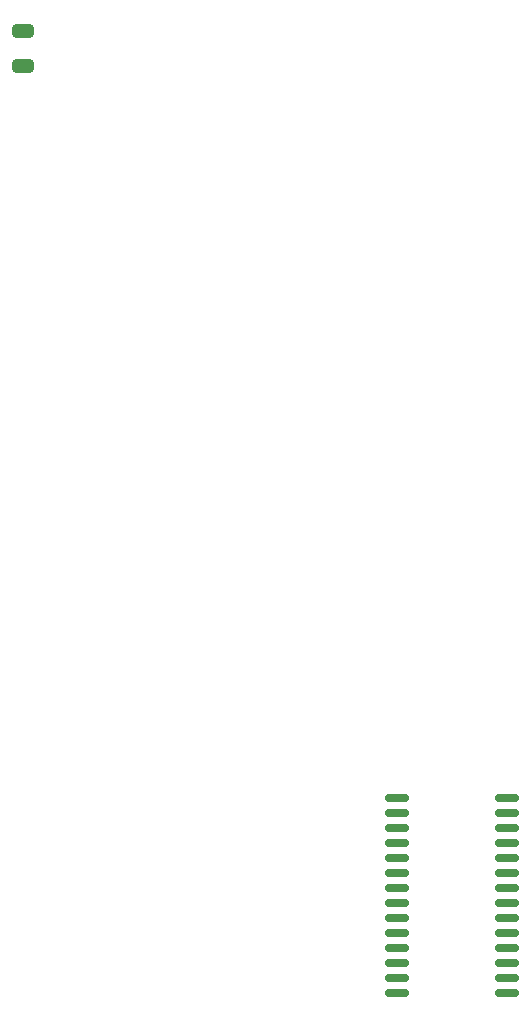
<source format=gbr>
%TF.GenerationSoftware,KiCad,Pcbnew,7.0.7-7.0.7~ubuntu20.04.1*%
%TF.CreationDate,2023-09-08T15:38:02+02:00*%
%TF.ProjectId,cpld_board_max2,63706c64-5f62-46f6-9172-645f6d617832,rev?*%
%TF.SameCoordinates,Original*%
%TF.FileFunction,Paste,Top*%
%TF.FilePolarity,Positive*%
%FSLAX46Y46*%
G04 Gerber Fmt 4.6, Leading zero omitted, Abs format (unit mm)*
G04 Created by KiCad (PCBNEW 7.0.7-7.0.7~ubuntu20.04.1) date 2023-09-08 15:38:02*
%MOMM*%
%LPD*%
G01*
G04 APERTURE LIST*
G04 Aperture macros list*
%AMRoundRect*
0 Rectangle with rounded corners*
0 $1 Rounding radius*
0 $2 $3 $4 $5 $6 $7 $8 $9 X,Y pos of 4 corners*
0 Add a 4 corners polygon primitive as box body*
4,1,4,$2,$3,$4,$5,$6,$7,$8,$9,$2,$3,0*
0 Add four circle primitives for the rounded corners*
1,1,$1+$1,$2,$3*
1,1,$1+$1,$4,$5*
1,1,$1+$1,$6,$7*
1,1,$1+$1,$8,$9*
0 Add four rect primitives between the rounded corners*
20,1,$1+$1,$2,$3,$4,$5,0*
20,1,$1+$1,$4,$5,$6,$7,0*
20,1,$1+$1,$6,$7,$8,$9,0*
20,1,$1+$1,$8,$9,$2,$3,0*%
G04 Aperture macros list end*
%ADD10RoundRect,0.250000X0.650000X-0.325000X0.650000X0.325000X-0.650000X0.325000X-0.650000X-0.325000X0*%
%ADD11RoundRect,0.150000X0.875000X0.150000X-0.875000X0.150000X-0.875000X-0.150000X0.875000X-0.150000X0*%
G04 APERTURE END LIST*
D10*
%TO.C,C4*%
X137668000Y-44655000D03*
X137668000Y-41705000D03*
%TD*%
D11*
%TO.C,U3*%
X178591000Y-123190000D03*
X178591000Y-121920000D03*
X178591000Y-120650000D03*
X178591000Y-119380000D03*
X178591000Y-118110000D03*
X178591000Y-116840000D03*
X178591000Y-115570000D03*
X178591000Y-114300000D03*
X178591000Y-113030000D03*
X178591000Y-111760000D03*
X178591000Y-110490000D03*
X178591000Y-109220000D03*
X178591000Y-107950000D03*
X178591000Y-106680000D03*
X169291000Y-106680000D03*
X169291000Y-107950000D03*
X169291000Y-109220000D03*
X169291000Y-110490000D03*
X169291000Y-111760000D03*
X169291000Y-113030000D03*
X169291000Y-114300000D03*
X169291000Y-115570000D03*
X169291000Y-116840000D03*
X169291000Y-118110000D03*
X169291000Y-119380000D03*
X169291000Y-120650000D03*
X169291000Y-121920000D03*
X169291000Y-123190000D03*
%TD*%
M02*

</source>
